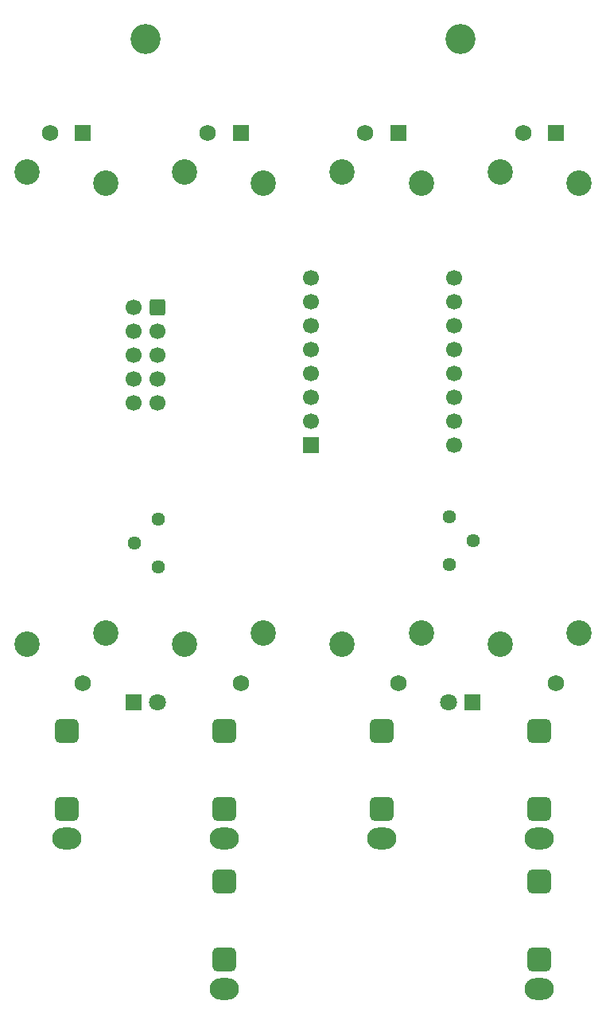
<source format=gbs>
G04 #@! TF.GenerationSoftware,KiCad,Pcbnew,7.0.7*
G04 #@! TF.CreationDate,2025-11-01T14:17:37+08:00*
G04 #@! TF.ProjectId,2164_VCA,32313634-5f56-4434-912e-6b696361645f,rev?*
G04 #@! TF.SameCoordinates,Original*
G04 #@! TF.FileFunction,Soldermask,Bot*
G04 #@! TF.FilePolarity,Negative*
%FSLAX46Y46*%
G04 Gerber Fmt 4.6, Leading zero omitted, Abs format (unit mm)*
G04 Created by KiCad (PCBNEW 7.0.7) date 2025-11-01 14:17:37*
%MOMM*%
%LPD*%
G01*
G04 APERTURE LIST*
G04 Aperture macros list*
%AMRoundRect*
0 Rectangle with rounded corners*
0 $1 Rounding radius*
0 $2 $3 $4 $5 $6 $7 $8 $9 X,Y pos of 4 corners*
0 Add a 4 corners polygon primitive as box body*
4,1,4,$2,$3,$4,$5,$6,$7,$8,$9,$2,$3,0*
0 Add four circle primitives for the rounded corners*
1,1,$1+$1,$2,$3*
1,1,$1+$1,$4,$5*
1,1,$1+$1,$6,$7*
1,1,$1+$1,$8,$9*
0 Add four rect primitives between the rounded corners*
20,1,$1+$1,$2,$3,$4,$5,0*
20,1,$1+$1,$4,$5,$6,$7,0*
20,1,$1+$1,$6,$7,$8,$9,0*
20,1,$1+$1,$8,$9,$2,$3,0*%
G04 Aperture macros list end*
%ADD10C,3.200000*%
%ADD11R,1.750000X1.750000*%
%ADD12C,1.750000*%
%ADD13C,2.700000*%
%ADD14O,3.100000X2.300000*%
%ADD15RoundRect,0.650000X-0.650000X-0.650000X0.650000X-0.650000X0.650000X0.650000X-0.650000X0.650000X0*%
%ADD16R,1.800000X1.800000*%
%ADD17C,1.800000*%
%ADD18C,1.440000*%
%ADD19R,1.700000X1.700000*%
%ADD20C,1.700000*%
%ADD21RoundRect,0.250000X0.600000X0.600000X-0.600000X0.600000X-0.600000X-0.600000X0.600000X-0.600000X0*%
G04 APERTURE END LIST*
D10*
X116780000Y-49500000D03*
D11*
X126920000Y-59500000D03*
D12*
X123420000Y-59500000D03*
X126920000Y-118000000D03*
D13*
X120970000Y-63650000D03*
X129370000Y-64850000D03*
X129370000Y-112650000D03*
X120970000Y-113850000D03*
D14*
X125170000Y-134480000D03*
D15*
X125170000Y-123080000D03*
X125170000Y-131380000D03*
D11*
X76580000Y-59500000D03*
D12*
X73080000Y-59500000D03*
X76580000Y-118000000D03*
D13*
X70630000Y-63650000D03*
X79030000Y-64850000D03*
X79030000Y-112650000D03*
X70630000Y-113850000D03*
D16*
X81950000Y-120000000D03*
D17*
X84490000Y-120000000D03*
D10*
X83220000Y-49500000D03*
D16*
X118010000Y-120000000D03*
D17*
X115470000Y-120000000D03*
D14*
X91610000Y-150480000D03*
D15*
X91610000Y-139080000D03*
X91610000Y-147380000D03*
D14*
X125170000Y-150480000D03*
D15*
X125170000Y-139080000D03*
X125170000Y-147380000D03*
D11*
X93360000Y-59500000D03*
D12*
X89860000Y-59500000D03*
X93360000Y-118000000D03*
D13*
X87410000Y-63650000D03*
X95810000Y-64850000D03*
X95810000Y-112650000D03*
X87410000Y-113850000D03*
D11*
X110140000Y-59500000D03*
D12*
X106640000Y-59500000D03*
X110140000Y-118000000D03*
D13*
X104190000Y-63650000D03*
X112590000Y-64850000D03*
X112590000Y-112650000D03*
X104190000Y-113850000D03*
D14*
X108390000Y-134480000D03*
D15*
X108390000Y-123080000D03*
X108390000Y-131380000D03*
D14*
X74830000Y-134480000D03*
D15*
X74830000Y-123080000D03*
X74830000Y-131380000D03*
D14*
X91610000Y-134480000D03*
D15*
X91610000Y-123080000D03*
X91610000Y-131380000D03*
D18*
X84582000Y-100584000D03*
X82042000Y-103124000D03*
X84582000Y-105664000D03*
D19*
X100838000Y-92710000D03*
D20*
X100838000Y-90170000D03*
X100838000Y-87630000D03*
X100838000Y-85090000D03*
X100838000Y-82550000D03*
X100838000Y-80010000D03*
X100838000Y-77470000D03*
X100838000Y-74930000D03*
X116078000Y-74930000D03*
X116078000Y-77470000D03*
X116078000Y-80010000D03*
X116078000Y-82550000D03*
X116078000Y-85090000D03*
X116078000Y-87630000D03*
X116078000Y-90170000D03*
X116078000Y-92710000D03*
D21*
X84490000Y-78000000D03*
D20*
X81950000Y-78000000D03*
X84490000Y-80540000D03*
X81950000Y-80540000D03*
X84490000Y-83080000D03*
X81950000Y-83080000D03*
X84490000Y-85620000D03*
X81950000Y-85620000D03*
X84490000Y-88160000D03*
X81950000Y-88160000D03*
D18*
X115570000Y-105410000D03*
X118110000Y-102870000D03*
X115570000Y-100330000D03*
M02*

</source>
